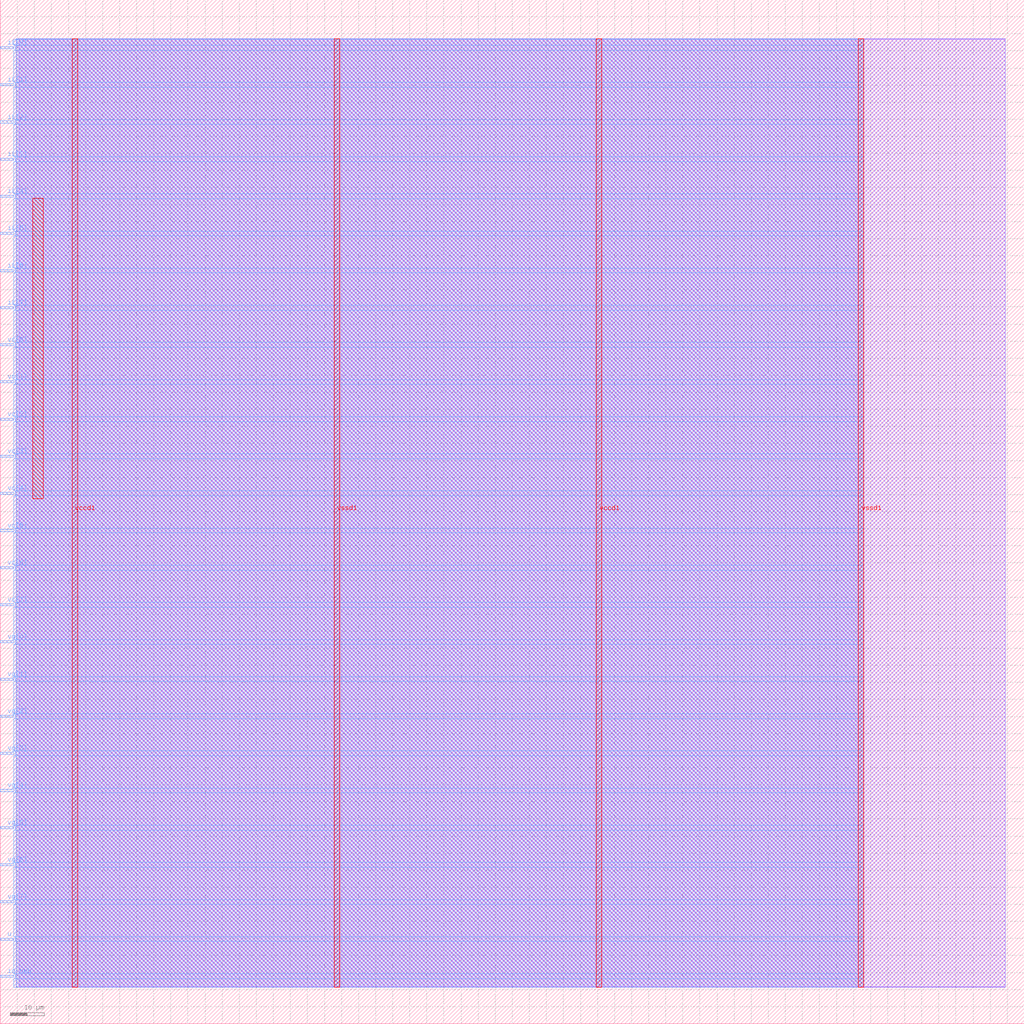
<source format=lef>
VERSION 5.7 ;
  NOWIREEXTENSIONATPIN ON ;
  DIVIDERCHAR "/" ;
  BUSBITCHARS "[]" ;
MACRO FCS_MPC
  CLASS BLOCK ;
  FOREIGN FCS_MPC ;
  ORIGIN 0.000 0.000 ;
  SIZE 300.000 BY 300.000 ;
  PIN iL[0]
    DIRECTION INPUT ;
    USE SIGNAL ;
    PORT
      LAYER met3 ;
        RECT 0.000 285.640 4.000 286.240 ;
    END
  END iL[0]
  PIN iL[1]
    DIRECTION INPUT ;
    USE SIGNAL ;
    PORT
      LAYER met3 ;
        RECT 0.000 274.760 4.000 275.360 ;
    END
  END iL[1]
  PIN iL[2]
    DIRECTION INPUT ;
    USE SIGNAL ;
    PORT
      LAYER met3 ;
        RECT 0.000 263.880 4.000 264.480 ;
    END
  END iL[2]
  PIN iL[3]
    DIRECTION INPUT ;
    USE SIGNAL ;
    PORT
      LAYER met3 ;
        RECT 0.000 253.000 4.000 253.600 ;
    END
  END iL[3]
  PIN iL[4]
    DIRECTION INPUT ;
    USE SIGNAL ;
    PORT
      LAYER met3 ;
        RECT 0.000 242.120 4.000 242.720 ;
    END
  END iL[4]
  PIN iL[5]
    DIRECTION INPUT ;
    USE SIGNAL ;
    PORT
      LAYER met3 ;
        RECT 0.000 231.240 4.000 231.840 ;
    END
  END iL[5]
  PIN iL[6]
    DIRECTION INPUT ;
    USE SIGNAL ;
    PORT
      LAYER met3 ;
        RECT 0.000 220.360 4.000 220.960 ;
    END
  END iL[6]
  PIN iL[7]
    DIRECTION INPUT ;
    USE SIGNAL ;
    PORT
      LAYER met3 ;
        RECT 0.000 209.480 4.000 210.080 ;
    END
  END iL[7]
  PIN io_oeb
    DIRECTION OUTPUT TRISTATE ;
    USE SIGNAL ;
    PORT
      LAYER met3 ;
        RECT 0.000 13.640 4.000 14.240 ;
    END
  END io_oeb
  PIN u
    DIRECTION OUTPUT TRISTATE ;
    USE SIGNAL ;
    PORT
      LAYER met3 ;
        RECT 0.000 24.520 4.000 25.120 ;
    END
  END u
  PIN vc[0]
    DIRECTION INPUT ;
    USE SIGNAL ;
    PORT
      LAYER met3 ;
        RECT 0.000 198.600 4.000 199.200 ;
    END
  END vc[0]
  PIN vc[1]
    DIRECTION INPUT ;
    USE SIGNAL ;
    PORT
      LAYER met3 ;
        RECT 0.000 187.720 4.000 188.320 ;
    END
  END vc[1]
  PIN vc[2]
    DIRECTION INPUT ;
    USE SIGNAL ;
    PORT
      LAYER met3 ;
        RECT 0.000 176.840 4.000 177.440 ;
    END
  END vc[2]
  PIN vc[3]
    DIRECTION INPUT ;
    USE SIGNAL ;
    PORT
      LAYER met3 ;
        RECT 0.000 165.960 4.000 166.560 ;
    END
  END vc[3]
  PIN vc[4]
    DIRECTION INPUT ;
    USE SIGNAL ;
    PORT
      LAYER met3 ;
        RECT 0.000 155.080 4.000 155.680 ;
    END
  END vc[4]
  PIN vc[5]
    DIRECTION INPUT ;
    USE SIGNAL ;
    PORT
      LAYER met3 ;
        RECT 0.000 144.200 4.000 144.800 ;
    END
  END vc[5]
  PIN vc[6]
    DIRECTION INPUT ;
    USE SIGNAL ;
    PORT
      LAYER met3 ;
        RECT 0.000 133.320 4.000 133.920 ;
    END
  END vc[6]
  PIN vc[7]
    DIRECTION INPUT ;
    USE SIGNAL ;
    PORT
      LAYER met3 ;
        RECT 0.000 122.440 4.000 123.040 ;
    END
  END vc[7]
  PIN vccd1
    DIRECTION INOUT ;
    USE POWER ;
    PORT
      LAYER met4 ;
        RECT 21.040 10.640 22.640 288.560 ;
    END
    PORT
      LAYER met4 ;
        RECT 174.640 10.640 176.240 288.560 ;
    END
  END vccd1
  PIN vg[0]
    DIRECTION INPUT ;
    USE SIGNAL ;
    PORT
      LAYER met3 ;
        RECT 0.000 111.560 4.000 112.160 ;
    END
  END vg[0]
  PIN vg[1]
    DIRECTION INPUT ;
    USE SIGNAL ;
    PORT
      LAYER met3 ;
        RECT 0.000 100.680 4.000 101.280 ;
    END
  END vg[1]
  PIN vg[2]
    DIRECTION INPUT ;
    USE SIGNAL ;
    PORT
      LAYER met3 ;
        RECT 0.000 89.800 4.000 90.400 ;
    END
  END vg[2]
  PIN vg[3]
    DIRECTION INPUT ;
    USE SIGNAL ;
    PORT
      LAYER met3 ;
        RECT 0.000 78.920 4.000 79.520 ;
    END
  END vg[3]
  PIN vg[4]
    DIRECTION INPUT ;
    USE SIGNAL ;
    PORT
      LAYER met3 ;
        RECT 0.000 68.040 4.000 68.640 ;
    END
  END vg[4]
  PIN vg[5]
    DIRECTION INPUT ;
    USE SIGNAL ;
    PORT
      LAYER met3 ;
        RECT 0.000 57.160 4.000 57.760 ;
    END
  END vg[5]
  PIN vg[6]
    DIRECTION INPUT ;
    USE SIGNAL ;
    PORT
      LAYER met3 ;
        RECT 0.000 46.280 4.000 46.880 ;
    END
  END vg[6]
  PIN vg[7]
    DIRECTION INPUT ;
    USE SIGNAL ;
    PORT
      LAYER met3 ;
        RECT 0.000 35.400 4.000 36.000 ;
    END
  END vg[7]
  PIN vssd1
    DIRECTION INOUT ;
    USE GROUND ;
    PORT
      LAYER met4 ;
        RECT 97.840 10.640 99.440 288.560 ;
    END
    PORT
      LAYER met4 ;
        RECT 251.440 10.640 253.040 288.560 ;
    END
  END vssd1
  OBS
      LAYER li1 ;
        RECT 5.520 10.795 294.400 288.405 ;
      LAYER met1 ;
        RECT 4.670 10.640 294.400 288.560 ;
      LAYER met2 ;
        RECT 4.690 10.695 253.010 288.505 ;
      LAYER met3 ;
        RECT 4.000 286.640 253.030 288.485 ;
        RECT 4.400 285.240 253.030 286.640 ;
        RECT 4.000 275.760 253.030 285.240 ;
        RECT 4.400 274.360 253.030 275.760 ;
        RECT 4.000 264.880 253.030 274.360 ;
        RECT 4.400 263.480 253.030 264.880 ;
        RECT 4.000 254.000 253.030 263.480 ;
        RECT 4.400 252.600 253.030 254.000 ;
        RECT 4.000 243.120 253.030 252.600 ;
        RECT 4.400 241.720 253.030 243.120 ;
        RECT 4.000 232.240 253.030 241.720 ;
        RECT 4.400 230.840 253.030 232.240 ;
        RECT 4.000 221.360 253.030 230.840 ;
        RECT 4.400 219.960 253.030 221.360 ;
        RECT 4.000 210.480 253.030 219.960 ;
        RECT 4.400 209.080 253.030 210.480 ;
        RECT 4.000 199.600 253.030 209.080 ;
        RECT 4.400 198.200 253.030 199.600 ;
        RECT 4.000 188.720 253.030 198.200 ;
        RECT 4.400 187.320 253.030 188.720 ;
        RECT 4.000 177.840 253.030 187.320 ;
        RECT 4.400 176.440 253.030 177.840 ;
        RECT 4.000 166.960 253.030 176.440 ;
        RECT 4.400 165.560 253.030 166.960 ;
        RECT 4.000 156.080 253.030 165.560 ;
        RECT 4.400 154.680 253.030 156.080 ;
        RECT 4.000 145.200 253.030 154.680 ;
        RECT 4.400 143.800 253.030 145.200 ;
        RECT 4.000 134.320 253.030 143.800 ;
        RECT 4.400 132.920 253.030 134.320 ;
        RECT 4.000 123.440 253.030 132.920 ;
        RECT 4.400 122.040 253.030 123.440 ;
        RECT 4.000 112.560 253.030 122.040 ;
        RECT 4.400 111.160 253.030 112.560 ;
        RECT 4.000 101.680 253.030 111.160 ;
        RECT 4.400 100.280 253.030 101.680 ;
        RECT 4.000 90.800 253.030 100.280 ;
        RECT 4.400 89.400 253.030 90.800 ;
        RECT 4.000 79.920 253.030 89.400 ;
        RECT 4.400 78.520 253.030 79.920 ;
        RECT 4.000 69.040 253.030 78.520 ;
        RECT 4.400 67.640 253.030 69.040 ;
        RECT 4.000 58.160 253.030 67.640 ;
        RECT 4.400 56.760 253.030 58.160 ;
        RECT 4.000 47.280 253.030 56.760 ;
        RECT 4.400 45.880 253.030 47.280 ;
        RECT 4.000 36.400 253.030 45.880 ;
        RECT 4.400 35.000 253.030 36.400 ;
        RECT 4.000 25.520 253.030 35.000 ;
        RECT 4.400 24.120 253.030 25.520 ;
        RECT 4.000 14.640 253.030 24.120 ;
        RECT 4.400 13.240 253.030 14.640 ;
        RECT 4.000 10.715 253.030 13.240 ;
      LAYER met4 ;
        RECT 9.495 153.855 12.585 241.905 ;
  END
END FCS_MPC
END LIBRARY


</source>
